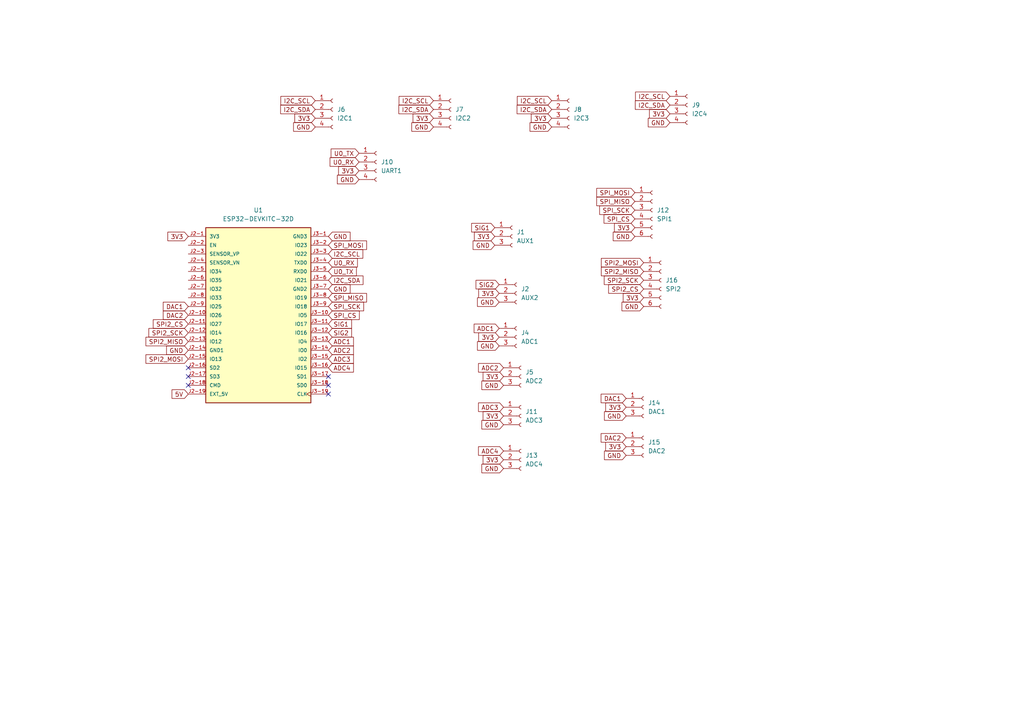
<source format=kicad_sch>
(kicad_sch (version 20250114) (generator "eeschema") (generator_version "9.0")
  (paper "A4")
  (lib_symbols
    (symbol "Connector:Conn_01x03_Socket" (pin_names (offset 1.016) (hide yes))
      (property "Reference" "J" (at 0 5.08 0))
      (property "Value" "Conn_01x03_Socket" (at 0 -5.08 0))
      (symbol "Conn_01x03_Socket_1_1"
        (polyline (pts (xy -1.27 2.54) (xy -0.508 2.54)) (stroke (width 0.1524)))
        (polyline (pts (xy -1.27 0) (xy -0.508 0)) (stroke (width 0.1524)))
        (polyline (pts (xy -1.27 -2.54) (xy -0.508 -2.54)) (stroke (width 0.1524)))
        (arc (start 0 2.032) (mid -0.5058 2.54) (end 0 3.048) (stroke (width 0.1524)))
        (arc (start 0 -0.508) (mid -0.5058 0) (end 0 0.508) (stroke (width 0.1524)))
        (arc (start 0 -3.048) (mid -0.5058 -2.54) (end 0 -2.032) (stroke (width 0.1524)))
        (pin passive line (at -5.08 2.54 0) (length 3.81) (name "Pin_1") (number "1"))
        (pin passive line (at -5.08 0 0) (length 3.81) (name "Pin_2") (number "2"))
        (pin passive line (at -5.08 -2.54 0) (length 3.81) (name "Pin_3") (number "3"))
      )
    )
    (symbol "Connector:Conn_01x04_Socket" (pin_names (offset 1.016) (hide yes))
      (property "Reference" "J" (at 0 5.08 0))
      (property "Value" "Conn_01x04_Socket" (at 0 -7.62 0))
      (symbol "Conn_01x04_Socket_1_1"
        (polyline (pts (xy -1.27 2.54) (xy -0.508 2.54)) (stroke (width 0.1524)))
        (polyline (pts (xy -1.27 0) (xy -0.508 0)) (stroke (width 0.1524)))
        (polyline (pts (xy -1.27 -2.54) (xy -0.508 -2.54)) (stroke (width 0.1524)))
        (polyline (pts (xy -1.27 -5.08) (xy -0.508 -5.08)) (stroke (width 0.1524)))
        (arc (start 0 2.032) (mid -0.5058 2.54) (end 0 3.048) (stroke (width 0.1524)))
        (arc (start 0 -0.508) (mid -0.5058 0) (end 0 0.508) (stroke (width 0.1524)))
        (arc (start 0 -3.048) (mid -0.5058 -2.54) (end 0 -2.032) (stroke (width 0.1524)))
        (arc (start 0 -5.588) (mid -0.5058 -5.08) (end 0 -4.572) (stroke (width 0.1524)))
        (pin passive line (at -5.08 2.54 0) (length 3.81) (name "Pin_1") (number "1"))
        (pin passive line (at -5.08 0 0) (length 3.81) (name "Pin_2") (number "2"))
        (pin passive line (at -5.08 -2.54 0) (length 3.81) (name "Pin_3") (number "3"))
        (pin passive line (at -5.08 -5.08 0) (length 3.81) (name "Pin_4") (number "4"))
      )
    )
    (symbol "Connector:Conn_01x06_Socket" (pin_names (offset 1.016) (hide yes))
      (property "Reference" "J" (at 0 7.62 0))
      (property "Value" "Conn_01x06_Socket" (at 0 -10.16 0))
      (symbol "Conn_01x06_Socket_1_1"
        (polyline (pts (xy -1.27 5.08) (xy -0.508 5.08)) (stroke (width 0.1524)))
        (polyline (pts (xy -1.27 2.54) (xy -0.508 2.54)) (stroke (width 0.1524)))
        (polyline (pts (xy -1.27 0) (xy -0.508 0)) (stroke (width 0.1524)))
        (polyline (pts (xy -1.27 -2.54) (xy -0.508 -2.54)) (stroke (width 0.1524)))
        (polyline (pts (xy -1.27 -5.08) (xy -0.508 -5.08)) (stroke (width 0.1524)))
        (polyline (pts (xy -1.27 -7.62) (xy -0.508 -7.62)) (stroke (width 0.1524)))
        (arc (start 0 4.572) (mid -0.5058 5.08) (end 0 5.588) (stroke (width 0.1524)))
        (arc (start 0 2.032) (mid -0.5058 2.54) (end 0 3.048) (stroke (width 0.1524)))
        (arc (start 0 -0.508) (mid -0.5058 0) (end 0 0.508) (stroke (width 0.1524)))
        (arc (start 0 -3.048) (mid -0.5058 -2.54) (end 0 -2.032) (stroke (width 0.1524)))
        (arc (start 0 -5.588) (mid -0.5058 -5.08) (end 0 -4.572) (stroke (width 0.1524)))
        (arc (start 0 -8.128) (mid -0.5058 -7.62) (end 0 -7.112) (stroke (width 0.1524)))
        (pin passive line (at -5.08 5.08 0) (length 3.81) (name "Pin_1") (number "1"))
        (pin passive line (at -5.08 2.54 0) (length 3.81) (name "Pin_2") (number "2"))
        (pin passive line (at -5.08 0 0) (length 3.81) (name "Pin_3") (number "3"))
        (pin passive line (at -5.08 -2.54 0) (length 3.81) (name "Pin_4") (number "4"))
        (pin passive line (at -5.08 -5.08 0) (length 3.81) (name "Pin_5") (number "5"))
        (pin passive line (at -5.08 -7.62 0) (length 3.81) (name "Pin_6") (number "6"))
      )
    )
    (symbol "ESP32-DEVKITC-32D:ESP32-DEVKITC-32D" (pin_names (offset 1.016))
      (property "Reference" "U" (at -15.2572 26.0643 0))
      (property "Value" "ESP32-DEVKITC-32D" (at -15.2563 -27.9698 0))
      (symbol "ESP32-DEVKITC-32D_0_0"
        (rectangle (start -15.24 -25.4) (end 15.24 25.4) (stroke (width 0.254)) (fill (type background)))
        (pin power_in line (at -20.32 22.86 0) (length 5.08) (name "3V3") (number "J2-1"))
        (pin input line (at -20.32 20.32 0) (length 5.08) (name "EN") (number "J2-2"))
        (pin input line (at -20.32 17.78 0) (length 5.08) (name "SENSOR_VP") (number "J2-3"))
        (pin input line (at -20.32 15.24 0) (length 5.08) (name "SENSOR_VN") (number "J2-4"))
        (pin bidirectional line (at -20.32 12.7 0) (length 5.08) (name "IO34") (number "J2-5"))
        (pin bidirectional line (at -20.32 10.16 0) (length 5.08) (name "IO35") (number "J2-6"))
        (pin bidirectional line (at -20.32 7.62 0) (length 5.08) (name "IO32") (number "J2-7"))
        (pin bidirectional line (at -20.32 5.08 0) (length 5.08) (name "IO33") (number "J2-8"))
        (pin bidirectional line (at -20.32 2.54 0) (length 5.08) (name "IO25") (number "J2-9"))
        (pin bidirectional line (at -20.32 0 0) (length 5.08) (name "IO26") (number "J2-10"))
        (pin bidirectional line (at -20.32 -2.54 0) (length 5.08) (name "IO27") (number "J2-11"))
        (pin bidirectional line (at -20.32 -5.08 0) (length 5.08) (name "IO14") (number "J2-12"))
        (pin bidirectional line (at -20.32 -7.62 0) (length 5.08) (name "IO12") (number "J2-13"))
        (pin power_in line (at -20.32 -10.16 0) (length 5.08) (name "GND1") (number "J2-14"))
        (pin bidirectional line (at -20.32 -12.7 0) (length 5.08) (name "IO13") (number "J2-15"))
        (pin bidirectional line (at -20.32 -15.24 0) (length 5.08) (name "SD2") (number "J2-16"))
        (pin bidirectional line (at -20.32 -17.78 0) (length 5.08) (name "SD3") (number "J2-17"))
        (pin bidirectional line (at -20.32 -20.32 0) (length 5.08) (name "CMD") (number "J2-18"))
        (pin power_in line (at -20.32 -22.86 0) (length 5.08) (name "EXT_5V") (number "J2-19"))
        (pin power_in line (at 20.32 22.86 180) (length 5.08) (name "GND3") (number "J3-1"))
        (pin bidirectional line (at 20.32 20.32 180) (length 5.08) (name "IO23") (number "J3-2"))
        (pin bidirectional line (at 20.32 17.78 180) (length 5.08) (name "IO22") (number "J3-3"))
        (pin output line (at 20.32 15.24 180) (length 5.08) (name "TXD0") (number "J3-4"))
        (pin input line (at 20.32 12.7 180) (length 5.08) (name "RXD0") (number "J3-5"))
        (pin bidirectional line (at 20.32 10.16 180) (length 5.08) (name "IO21") (number "J3-6"))
        (pin power_in line (at 20.32 7.62 180) (length 5.08) (name "GND2") (number "J3-7"))
        (pin bidirectional line (at 20.32 5.08 180) (length 5.08) (name "IO19") (number "J3-8"))
        (pin bidirectional line (at 20.32 2.54 180) (length 5.08) (name "IO18") (number "J3-9"))
        (pin bidirectional line (at 20.32 0 180) (length 5.08) (name "IO5") (number "J3-10"))
        (pin bidirectional line (at 20.32 -2.54 180) (length 5.08) (name "IO17") (number "J3-11"))
        (pin bidirectional line (at 20.32 -5.08 180) (length 5.08) (name "IO16") (number "J3-12"))
        (pin bidirectional line (at 20.32 -7.62 180) (length 5.08) (name "IO4") (number "J3-13"))
        (pin bidirectional line (at 20.32 -10.16 180) (length 5.08) (name "IO0") (number "J3-14"))
        (pin bidirectional line (at 20.32 -12.7 180) (length 5.08) (name "IO2") (number "J3-15"))
        (pin bidirectional line (at 20.32 -15.24 180) (length 5.08) (name "IO15") (number "J3-16"))
        (pin bidirectional line (at 20.32 -17.78 180) (length 5.08) (name "SD1") (number "J3-17"))
        (pin bidirectional line (at 20.32 -20.32 180) (length 5.08) (name "SD0") (number "J3-18"))
        (pin input clock (at 20.32 -22.86 180) (length 5.08) (name "CLK") (number "J3-19"))
      )
    )
  )
  (no_connect (at 54.61 106.68))
  (no_connect (at 95.25 109.22))
  (no_connect (at 95.25 114.3))
  (no_connect (at 95.25 111.76))
  (no_connect (at 54.61 111.76))
  (no_connect (at 54.61 109.22))
  (global_label "GND" (shape input) (at 160.02 36.83 180) (property "Intersheetrefs" "${INTERSHEET_REFS}" (effects (hide yes))))
  (global_label "SPI_MISO" (shape input) (at 95.25 86.36 0) (property "Intersheetrefs" "${INTERSHEET_REFS}" (effects (hide yes))))
  (global_label "GND" (shape input) (at 104.14 52.07 180) (property "Intersheetrefs" "${INTERSHEET_REFS}" (effects (hide yes))))
  (global_label "SIG2" (shape input) (at 95.25 96.52 0) (property "Intersheetrefs" "${INTERSHEET_REFS}" (effects (hide yes))))
  (global_label "3V3" (shape input) (at 104.14 49.53 180) (property "Intersheetrefs" "${INTERSHEET_REFS}" (effects (hide yes))))
  (global_label "5V" (shape input) (at 54.61 114.3 180) (property "Intersheetrefs" "${INTERSHEET_REFS}" (effects (hide yes))))
  (global_label "3V3" (shape input) (at 146.05 109.22 180) (property "Intersheetrefs" "${INTERSHEET_REFS}" (effects (hide yes))))
  (global_label "SPI_MOSI" (shape input) (at 184.15 55.88 180) (property "Intersheetrefs" "${INTERSHEET_REFS}" (effects (hide yes))))
  (global_label "ADC3" (shape input) (at 146.05 118.11 180) (property "Intersheetrefs" "${INTERSHEET_REFS}" (effects (hide yes))))
  (global_label "I2C_SDA" (shape input) (at 160.02 31.75 180) (property "Intersheetrefs" "${INTERSHEET_REFS}" (effects (hide yes))))
  (global_label "GND" (shape input) (at 54.61 101.6 180) (property "Intersheetrefs" "${INTERSHEET_REFS}" (effects (hide yes))))
  (global_label "SIG1" (shape input) (at 95.25 93.98 0) (property "Intersheetrefs" "${INTERSHEET_REFS}" (effects (hide yes))))
  (global_label "3V3" (shape input) (at 54.61 68.58 180) (property "Intersheetrefs" "${INTERSHEET_REFS}" (effects (hide yes))))
  (global_label "SPI2_MOSI" (shape input) (at 54.61 104.14 180) (property "Intersheetrefs" "${INTERSHEET_REFS}" (effects (hide yes))))
  (global_label "3V3" (shape input) (at 184.15 66.04 180) (property "Intersheetrefs" "${INTERSHEET_REFS}" (effects (hide yes))))
  (global_label "3V3" (shape input) (at 125.73 34.29 180) (property "Intersheetrefs" "${INTERSHEET_REFS}" (effects (hide yes))))
  (global_label "3V3" (shape input) (at 181.61 118.11 180) (property "Intersheetrefs" "${INTERSHEET_REFS}" (effects (hide yes))))
  (global_label "U0_RX" (shape input) (at 95.25 76.2 0) (property "Intersheetrefs" "${INTERSHEET_REFS}" (effects (hide yes))))
  (global_label "ADC2" (shape input) (at 146.05 106.68 180) (property "Intersheetrefs" "${INTERSHEET_REFS}" (effects (hide yes))))
  (global_label "3V3" (shape input) (at 91.44 34.29 180) (property "Intersheetrefs" "${INTERSHEET_REFS}" (effects (hide yes))))
  (global_label "SPI2_CS" (shape input) (at 54.61 93.98 180) (property "Intersheetrefs" "${INTERSHEET_REFS}" (effects (hide yes))))
  (global_label "I2C_SCL" (shape input) (at 160.02 29.21 180) (property "Intersheetrefs" "${INTERSHEET_REFS}" (effects (hide yes))))
  (global_label "GND" (shape input) (at 186.69 88.9 180) (property "Intersheetrefs" "${INTERSHEET_REFS}" (effects (hide yes))))
  (global_label "DAC2" (shape input) (at 181.61 127 180) (property "Intersheetrefs" "${INTERSHEET_REFS}" (effects (hide yes))))
  (global_label "ADC4" (shape input) (at 95.25 106.68 0) (property "Intersheetrefs" "${INTERSHEET_REFS}" (effects (hide yes))))
  (global_label "3V3" (shape input) (at 181.61 129.54 180) (property "Intersheetrefs" "${INTERSHEET_REFS}" (effects (hide yes))))
  (global_label "SPI2_SCK" (shape input) (at 186.69 81.28 180) (property "Intersheetrefs" "${INTERSHEET_REFS}" (effects (hide yes))))
  (global_label "SPI2_SCK" (shape input) (at 54.61 96.52 180) (property "Intersheetrefs" "${INTERSHEET_REFS}" (effects (hide yes))))
  (global_label "GND" (shape input) (at 95.25 68.58 0) (property "Intersheetrefs" "${INTERSHEET_REFS}" (effects (hide yes))))
  (global_label "SPI2_MISO" (shape input) (at 186.69 78.74 180) (property "Intersheetrefs" "${INTERSHEET_REFS}" (effects (hide yes))))
  (global_label "GND" (shape input) (at 184.15 68.58 180) (property "Intersheetrefs" "${INTERSHEET_REFS}" (effects (hide yes))))
  (global_label "GND" (shape input) (at 194.31 35.56 180) (property "Intersheetrefs" "${INTERSHEET_REFS}" (effects (hide yes))))
  (global_label "SPI_CS" (shape input) (at 184.15 63.5 180) (property "Intersheetrefs" "${INTERSHEET_REFS}" (effects (hide yes))))
  (global_label "DAC1" (shape input) (at 54.61 88.9 180) (property "Intersheetrefs" "${INTERSHEET_REFS}" (effects (hide yes))))
  (global_label "U0_TX" (shape input) (at 104.14 44.45 180) (property "Intersheetrefs" "${INTERSHEET_REFS}" (effects (hide yes))))
  (global_label "GND" (shape input) (at 146.05 123.19 180) (property "Intersheetrefs" "${INTERSHEET_REFS}" (effects (hide yes))))
  (global_label "I2C_SDA" (shape input) (at 91.44 31.75 180) (property "Intersheetrefs" "${INTERSHEET_REFS}" (effects (hide yes))))
  (global_label "ADC1" (shape input) (at 144.78 95.25 180) (property "Intersheetrefs" "${INTERSHEET_REFS}" (effects (hide yes))))
  (global_label "U0_RX" (shape input) (at 104.14 46.99 180) (property "Intersheetrefs" "${INTERSHEET_REFS}" (effects (hide yes))))
  (global_label "I2C_SDA" (shape input) (at 194.31 30.48 180) (property "Intersheetrefs" "${INTERSHEET_REFS}" (effects (hide yes))))
  (global_label "SPI_MISO" (shape input) (at 184.15 58.42 180) (property "Intersheetrefs" "${INTERSHEET_REFS}" (effects (hide yes))))
  (global_label "3V3" (shape input) (at 143.51 68.58 180) (property "Intersheetrefs" "${INTERSHEET_REFS}" (effects (hide yes))))
  (global_label "3V3" (shape input) (at 186.69 86.36 180) (property "Intersheetrefs" "${INTERSHEET_REFS}" (effects (hide yes))))
  (global_label "ADC3" (shape input) (at 95.25 104.14 0) (property "Intersheetrefs" "${INTERSHEET_REFS}" (effects (hide yes))))
  (global_label "SPI_MOSI" (shape input) (at 95.25 71.12 0) (property "Intersheetrefs" "${INTERSHEET_REFS}" (effects (hide yes))))
  (global_label "GND" (shape input) (at 125.73 36.83 180) (property "Intersheetrefs" "${INTERSHEET_REFS}" (effects (hide yes))))
  (global_label "3V3" (shape input) (at 146.05 120.65 180) (property "Intersheetrefs" "${INTERSHEET_REFS}" (effects (hide yes))))
  (global_label "DAC1" (shape input) (at 181.61 115.57 180) (property "Intersheetrefs" "${INTERSHEET_REFS}" (effects (hide yes))))
  (global_label "SIG1" (shape input) (at 143.51 66.04 180) (property "Intersheetrefs" "${INTERSHEET_REFS}" (effects (hide yes))))
  (global_label "I2C_SCL" (shape input) (at 194.31 27.94 180) (property "Intersheetrefs" "${INTERSHEET_REFS}" (effects (hide yes))))
  (global_label "GND" (shape input) (at 146.05 135.89 180) (property "Intersheetrefs" "${INTERSHEET_REFS}" (effects (hide yes))))
  (global_label "I2C_SCL" (shape input) (at 91.44 29.21 180) (property "Intersheetrefs" "${INTERSHEET_REFS}" (effects (hide yes))))
  (global_label "ADC1" (shape input) (at 95.25 99.06 0) (property "Intersheetrefs" "${INTERSHEET_REFS}" (effects (hide yes))))
  (global_label "I2C_SCL" (shape input) (at 125.73 29.21 180) (property "Intersheetrefs" "${INTERSHEET_REFS}" (effects (hide yes))))
  (global_label "3V3" (shape input) (at 194.31 33.02 180) (property "Intersheetrefs" "${INTERSHEET_REFS}" (effects (hide yes))))
  (global_label "3V3" (shape input) (at 144.78 85.09 180) (property "Intersheetrefs" "${INTERSHEET_REFS}" (effects (hide yes))))
  (global_label "GND" (shape input) (at 144.78 87.63 180) (property "Intersheetrefs" "${INTERSHEET_REFS}" (effects (hide yes))))
  (global_label "I2C_SDA" (shape input) (at 125.73 31.75 180) (property "Intersheetrefs" "${INTERSHEET_REFS}" (effects (hide yes))))
  (global_label "DAC2" (shape input) (at 54.61 91.44 180) (property "Intersheetrefs" "${INTERSHEET_REFS}" (effects (hide yes))))
  (global_label "GND" (shape input) (at 181.61 132.08 180) (property "Intersheetrefs" "${INTERSHEET_REFS}" (effects (hide yes))))
  (global_label "GND" (shape input) (at 95.25 83.82 0) (property "Intersheetrefs" "${INTERSHEET_REFS}" (effects (hide yes))))
  (global_label "U0_TX" (shape input) (at 95.25 78.74 0) (property "Intersheetrefs" "${INTERSHEET_REFS}" (effects (hide yes))))
  (global_label "SPI_CS" (shape input) (at 95.25 91.44 0) (property "Intersheetrefs" "${INTERSHEET_REFS}" (effects (hide yes))))
  (global_label "I2C_SDA" (shape input) (at 95.25 81.28 0) (property "Intersheetrefs" "${INTERSHEET_REFS}" (effects (hide yes))))
  (global_label "SIG2" (shape input) (at 144.78 82.55 180) (property "Intersheetrefs" "${INTERSHEET_REFS}" (effects (hide yes))))
  (global_label "SPI_SCK" (shape input) (at 95.25 88.9 0) (property "Intersheetrefs" "${INTERSHEET_REFS}" (effects (hide yes))))
  (global_label "I2C_SCL" (shape input) (at 95.25 73.66 0) (property "Intersheetrefs" "${INTERSHEET_REFS}" (effects (hide yes))))
  (global_label "SPI2_CS" (shape input) (at 186.69 83.82 180) (property "Intersheetrefs" "${INTERSHEET_REFS}" (effects (hide yes))))
  (global_label "GND" (shape input) (at 143.51 71.12 180) (property "Intersheetrefs" "${INTERSHEET_REFS}" (effects (hide yes))))
  (global_label "SPI2_MOSI" (shape input) (at 186.69 76.2 180) (property "Intersheetrefs" "${INTERSHEET_REFS}" (effects (hide yes))))
  (global_label "ADC2" (shape input) (at 95.25 101.6 0) (property "Intersheetrefs" "${INTERSHEET_REFS}" (effects (hide yes))))
  (global_label "GND" (shape input) (at 146.05 111.76 180) (property "Intersheetrefs" "${INTERSHEET_REFS}" (effects (hide yes))))
  (global_label "SPI_SCK" (shape input) (at 184.15 60.96 180) (property "Intersheetrefs" "${INTERSHEET_REFS}" (effects (hide yes))))
  (global_label "GND" (shape input) (at 91.44 36.83 180) (property "Intersheetrefs" "${INTERSHEET_REFS}" (effects (hide yes))))
  (global_label "GND" (shape input) (at 181.61 120.65 180) (property "Intersheetrefs" "${INTERSHEET_REFS}" (effects (hide yes))))
  (global_label "3V3" (shape input) (at 160.02 34.29 180) (property "Intersheetrefs" "${INTERSHEET_REFS}" (effects (hide yes))))
  (global_label "SPI2_MISO" (shape input) (at 54.61 99.06 180) (property "Intersheetrefs" "${INTERSHEET_REFS}" (effects (hide yes))))
  (global_label "ADC4" (shape input) (at 146.05 130.81 180) (property "Intersheetrefs" "${INTERSHEET_REFS}" (effects (hide yes))))
  (global_label "GND" (shape input) (at 144.78 100.33 180) (property "Intersheetrefs" "${INTERSHEET_REFS}" (effects (hide yes))))
  (global_label "3V3" (shape input) (at 146.05 133.35 180) (property "Intersheetrefs" "${INTERSHEET_REFS}" (effects (hide yes))))
  (global_label "3V3" (shape input) (at 144.78 97.79 180) (property "Intersheetrefs" "${INTERSHEET_REFS}" (effects (hide yes))))
  (symbol (lib_id "Connector:Conn_01x06_Socket") (at 191.77 81.28 0) (unit 1)
    (property "Reference" "J16" (at 193.04 81.2799 0) (effects (justify left)))
    (property "Value" "SPI2" (at 193.04 83.8199 0) (effects (justify left)))
    (property "Footprint" "Connector_PinSocket_2.00mm:PinSocket_1x06_P2.00mm_Vertical_SMD_Pin1Left" (effects (hide yes)))
    (property "Description" "Generic connector, single row, 01x06, script generated" (effects (hide yes)))
  )
  (symbol (lib_id "Connector:Conn_01x04_Socket") (at 199.39 30.48 0) (unit 1)
    (property "Reference" "J9" (at 200.66 30.4799 0) (effects (justify left)))
    (property "Value" "I2C4" (at 200.66 33.0199 0) (effects (justify left)))
    (property "Footprint" "Connector_PinSocket_2.00mm:PinSocket_1x04_P2.00mm_Vertical_SMD_Pin1Left" (effects (hide yes)))
    (property "Description" "Generic connector, single row, 01x04, script generated" (effects (hide yes)))
  )
  (symbol (lib_id "Connector:Conn_01x03_Socket") (at 151.13 133.35 0) (unit 1)
    (property "Reference" "J13" (at 152.4 132.0799 0) (effects (justify left)))
    (property "Value" "ADC4" (at 152.4 134.6199 0) (effects (justify left)))
    (property "Footprint" "Connector_PinSocket_2.00mm:PinSocket_1x03_P2.00mm_Vertical_SMD_Pin1Right" (effects (hide yes)))
    (property "Description" "Generic connector, single row, 01x03, script generated" (effects (hide yes)))
  )
  (symbol (lib_id "Connector:Conn_01x04_Socket") (at 130.81 31.75 0) (unit 1)
    (property "Reference" "J7" (at 132.08 31.7499 0) (effects (justify left)))
    (property "Value" "I2C2" (at 132.08 34.2899 0) (effects (justify left)))
    (property "Footprint" "Connector_PinSocket_2.00mm:PinSocket_1x04_P2.00mm_Vertical_SMD_Pin1Left" (effects (hide yes)))
    (property "Description" "Generic connector, single row, 01x04, script generated" (effects (hide yes)))
  )
  (symbol (lib_id "Connector:Conn_01x03_Socket") (at 186.69 118.11 0) (unit 1)
    (property "Reference" "J14" (at 187.96 116.8399 0) (effects (justify left)))
    (property "Value" "DAC1" (at 187.96 119.3799 0) (effects (justify left)))
    (property "Footprint" "Connector_PinSocket_2.00mm:PinSocket_1x03_P2.00mm_Vertical_SMD_Pin1Left" (effects (hide yes)))
    (property "Description" "Generic connector, single row, 01x03, script generated" (effects (hide yes)))
  )
  (symbol (lib_id "Connector:Conn_01x03_Socket") (at 151.13 109.22 0) (unit 1)
    (property "Reference" "J5" (at 152.4 107.9499 0) (effects (justify left)))
    (property "Value" "ADC2" (at 152.4 110.4899 0) (effects (justify left)))
    (property "Footprint" "Connector_PinSocket_2.00mm:PinSocket_1x03_P2.00mm_Vertical_SMD_Pin1Right" (effects (hide yes)))
    (property "Description" "Generic connector, single row, 01x03, script generated" (effects (hide yes)))
  )
  (symbol (lib_id "Connector:Conn_01x03_Socket") (at 149.86 85.09 0) (unit 1)
    (property "Reference" "J2" (at 151.13 83.8199 0) (effects (justify left)))
    (property "Value" "AUX2" (at 151.13 86.3599 0) (effects (justify left)))
    (property "Footprint" "Connector_PinSocket_2.00mm:PinSocket_1x03_P2.00mm_Vertical_SMD_Pin1Left" (effects (hide yes)))
    (property "Description" "Generic connector, single row, 01x03, script generated" (effects (hide yes)))
  )
  (symbol (lib_id "Connector:Conn_01x04_Socket") (at 96.52 31.75 0) (unit 1)
    (property "Reference" "J6" (at 97.79 31.7499 0) (effects (justify left)))
    (property "Value" "I2C1" (at 97.79 34.2899 0) (effects (justify left)))
    (property "Footprint" "Connector_PinSocket_2.00mm:PinSocket_1x04_P2.00mm_Vertical_SMD_Pin1Left" (effects (hide yes)))
    (property "Description" "Generic connector, single row, 01x04, script generated" (effects (hide yes)))
  )
  (symbol (lib_id "Connector:Conn_01x04_Socket") (at 109.22 46.99 0) (unit 1)
    (property "Reference" "J10" (at 110.49 46.9899 0) (effects (justify left)))
    (property "Value" "UART1" (at 110.49 49.5299 0) (effects (justify left)))
    (property "Footprint" "Connector_PinSocket_2.00mm:PinSocket_1x04_P2.00mm_Vertical_SMD_Pin1Left" (effects (hide yes)))
    (property "Description" "Generic connector, single row, 01x04, script generated" (effects (hide yes)))
  )
  (symbol (lib_id "Connector:Conn_01x03_Socket") (at 149.86 97.79 0) (unit 1)
    (property "Reference" "J4" (at 151.13 96.5199 0) (effects (justify left)))
    (property "Value" "ADC1" (at 151.13 99.0599 0) (effects (justify left)))
    (property "Footprint" "Connector_PinSocket_2.00mm:PinSocket_1x03_P2.00mm_Vertical_SMD_Pin1Left" (effects (hide yes)))
    (property "Description" "Generic connector, single row, 01x03, script generated" (effects (hide yes)))
  )
  (symbol (lib_id "Connector:Conn_01x03_Socket") (at 151.13 120.65 0) (unit 1)
    (property "Reference" "J11" (at 152.4 119.3799 0) (effects (justify left)))
    (property "Value" "ADC3" (at 152.4 121.9199 0) (effects (justify left)))
    (property "Footprint" "Connector_PinSocket_2.00mm:PinSocket_1x03_P2.00mm_Vertical_SMD_Pin1Right" (effects (hide yes)))
    (property "Description" "Generic connector, single row, 01x03, script generated" (effects (hide yes)))
  )
  (symbol (lib_id "ESP32-DEVKITC-32D:ESP32-DEVKITC-32D") (at 74.93 91.44 0) (unit 1)
    (property "Reference" "U1" (at 74.93 60.96 0))
    (property "Value" "ESP32-DEVKITC-32D" (at 74.93 63.5 0))
    (property "Footprint" "ESP32-DEVKITC-32D:MODULE_ESP32-DEVKITC-32D" (effects (hide yes)))
    (property "MF" "Espressif Systems" (effects (hide yes)))
    (property "MAXIMUM_PACKAGE_HEIGHT" "N/A" (effects (hide yes)))
    (property "Package" "None" (effects (hide yes)))
    (property "Price" "None" (effects (hide yes)))
    (property "Check_prices" "https://www.snapeda.com/parts/ESP32-DEVKITC-32D/Espressif+Systems/view-part/?ref=eda" (effects (hide yes)))
    (property "STANDARD" "Manufacturer Recommendations" (effects (hide yes)))
    (property "PARTREV" "V4" (effects (hide yes)))
    (property "SnapEDA_Link" "https://www.snapeda.com/parts/ESP32-DEVKITC-32D/Espressif+Systems/view-part/?ref=snap" (effects (hide yes)))
    (property "MP" "ESP32-DEVKITC-32D" (effects (hide yes)))
    (property "Description_1" "WiFi Development Tools (802.11) ESP32 General Development Kit, ESP32-WROOM-32D on the board" (effects (hide yes)))
    (property "MANUFACTURER" "Espressif Systems" (effects (hide yes)))
    (property "Availability" "In Stock" (effects (hide yes)))
    (property "SNAPEDA_PN" "ESP32-DEVKITC-32D" (effects (hide yes)))
  )
  (symbol (lib_id "Connector:Conn_01x06_Socket") (at 189.23 60.96 0) (unit 1)
    (property "Reference" "J12" (at 190.5 60.9599 0) (effects (justify left)))
    (property "Value" "SPI1" (at 190.5 63.4999 0) (effects (justify left)))
    (property "Footprint" "Connector_PinSocket_2.00mm:PinSocket_1x06_P2.00mm_Vertical_SMD_Pin1Left" (effects (hide yes)))
    (property "Description" "Generic connector, single row, 01x06, script generated" (effects (hide yes)))
  )
  (symbol (lib_id "Connector:Conn_01x03_Socket") (at 148.59 68.58 0) (unit 1)
    (property "Reference" "J1" (at 149.86 67.3099 0) (effects (justify left)))
    (property "Value" "AUX1" (at 149.86 69.8499 0) (effects (justify left)))
    (property "Footprint" "Connector_PinSocket_2.00mm:PinSocket_1x03_P2.00mm_Vertical_SMD_Pin1Left" (effects (hide yes)))
    (property "Description" "Generic connector, single row, 01x03, script generated" (effects (hide yes)))
  )
  (symbol (lib_id "Connector:Conn_01x04_Socket") (at 165.1 31.75 0) (unit 1)
    (property "Reference" "J8" (at 166.37 31.7499 0) (effects (justify left)))
    (property "Value" "I2C3" (at 166.37 34.2899 0) (effects (justify left)))
    (property "Footprint" "Connector_PinSocket_2.00mm:PinSocket_1x04_P2.00mm_Vertical_SMD_Pin1Left" (effects (hide yes)))
    (property "Description" "Generic connector, single row, 01x04, script generated" (effects (hide yes)))
  )
  (symbol (lib_id "Connector:Conn_01x03_Socket") (at 186.69 129.54 0) (unit 1)
    (property "Reference" "J15" (at 187.96 128.2699 0) (effects (justify left)))
    (property "Value" "DAC2" (at 187.96 130.8099 0) (effects (justify left)))
    (property "Footprint" "Connector_PinSocket_2.00mm:PinSocket_1x03_P2.00mm_Vertical_SMD_Pin1Left" (effects (hide yes)))
    (property "Description" "Generic connector, single row, 01x03, script generated" (effects (hide yes)))
  )
)
</source>
